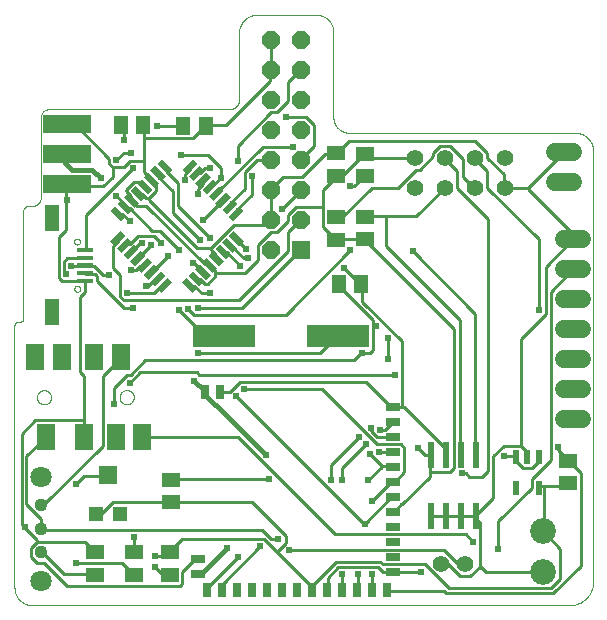
<source format=gtl>
G75*
%MOIN*%
%OFA0B0*%
%FSLAX25Y25*%
%IPPOS*%
%LPD*%
%AMOC8*
5,1,8,0,0,1.08239X$1,22.5*
%
%ADD10C,0.00000*%
%ADD11C,0.04362*%
%ADD12C,0.07087*%
%ADD13R,0.16000X0.06000*%
%ADD14R,0.10000X0.06000*%
%ADD15R,0.06000X0.06000*%
%ADD16R,0.05906X0.05118*%
%ADD17R,0.05118X0.05906*%
%ADD18R,0.21000X0.07600*%
%ADD19R,0.05000X0.02200*%
%ADD20R,0.02200X0.05000*%
%ADD21OC8,0.06000*%
%ADD22C,0.05600*%
%ADD23C,0.08600*%
%ADD24R,0.05906X0.06299*%
%ADD25R,0.04724X0.04724*%
%ADD26R,0.02500X0.05000*%
%ADD27R,0.05512X0.01575*%
%ADD28R,0.05000X0.08661*%
%ADD29R,0.02165X0.04724*%
%ADD30R,0.05906X0.08858*%
%ADD31R,0.06299X0.08858*%
%ADD32R,0.02362X0.08661*%
%ADD33C,0.06000*%
%ADD34R,0.05000X0.02500*%
%ADD35C,0.01000*%
%ADD36C,0.02400*%
%ADD37C,0.01500*%
D10*
X0011250Y0006926D02*
X0011250Y0094284D01*
X0011252Y0094353D01*
X0011258Y0094422D01*
X0011267Y0094491D01*
X0011281Y0094559D01*
X0011298Y0094626D01*
X0011319Y0094692D01*
X0011344Y0094757D01*
X0011372Y0094820D01*
X0011404Y0094882D01*
X0011439Y0094942D01*
X0011478Y0094999D01*
X0011520Y0095055D01*
X0011564Y0095108D01*
X0011612Y0095158D01*
X0011662Y0095206D01*
X0011715Y0095250D01*
X0011771Y0095292D01*
X0011828Y0095331D01*
X0011888Y0095366D01*
X0011950Y0095398D01*
X0012013Y0095426D01*
X0012078Y0095451D01*
X0012144Y0095472D01*
X0012211Y0095489D01*
X0012279Y0095503D01*
X0012348Y0095512D01*
X0012417Y0095518D01*
X0012486Y0095520D01*
X0013194Y0095520D01*
X0013252Y0095522D01*
X0013310Y0095528D01*
X0013368Y0095537D01*
X0013425Y0095550D01*
X0013480Y0095567D01*
X0013535Y0095588D01*
X0013588Y0095612D01*
X0013640Y0095639D01*
X0013689Y0095670D01*
X0013736Y0095704D01*
X0013781Y0095741D01*
X0013824Y0095781D01*
X0013864Y0095824D01*
X0013901Y0095869D01*
X0013935Y0095916D01*
X0013966Y0095966D01*
X0013993Y0096017D01*
X0014017Y0096070D01*
X0014038Y0096125D01*
X0014055Y0096180D01*
X0014068Y0096237D01*
X0014077Y0096295D01*
X0014083Y0096353D01*
X0014085Y0096411D01*
X0014085Y0132185D01*
X0014087Y0132271D01*
X0014093Y0132357D01*
X0014102Y0132442D01*
X0014116Y0132527D01*
X0014133Y0132612D01*
X0014154Y0132695D01*
X0014179Y0132777D01*
X0014207Y0132859D01*
X0014239Y0132938D01*
X0014275Y0133017D01*
X0014314Y0133093D01*
X0014356Y0133168D01*
X0014402Y0133241D01*
X0014451Y0133312D01*
X0014503Y0133380D01*
X0014558Y0133446D01*
X0014616Y0133510D01*
X0014677Y0133571D01*
X0014741Y0133629D01*
X0014807Y0133684D01*
X0014875Y0133736D01*
X0014946Y0133785D01*
X0015019Y0133831D01*
X0015094Y0133873D01*
X0015170Y0133912D01*
X0015249Y0133948D01*
X0015328Y0133980D01*
X0015410Y0134008D01*
X0015492Y0134033D01*
X0015575Y0134054D01*
X0015660Y0134071D01*
X0015745Y0134085D01*
X0015830Y0134094D01*
X0015916Y0134100D01*
X0016002Y0134102D01*
X0016956Y0134102D01*
X0017066Y0134104D01*
X0017176Y0134110D01*
X0017285Y0134119D01*
X0017395Y0134133D01*
X0017503Y0134150D01*
X0017611Y0134171D01*
X0017719Y0134196D01*
X0017825Y0134224D01*
X0017930Y0134256D01*
X0018034Y0134292D01*
X0018137Y0134332D01*
X0018238Y0134375D01*
X0018338Y0134421D01*
X0018436Y0134471D01*
X0018532Y0134524D01*
X0018626Y0134581D01*
X0018719Y0134641D01*
X0018809Y0134704D01*
X0018897Y0134770D01*
X0018982Y0134839D01*
X0019065Y0134912D01*
X0019146Y0134987D01*
X0019223Y0135064D01*
X0019298Y0135145D01*
X0019371Y0135228D01*
X0019440Y0135313D01*
X0019506Y0135401D01*
X0019569Y0135491D01*
X0019629Y0135584D01*
X0019686Y0135678D01*
X0019739Y0135774D01*
X0019789Y0135872D01*
X0019835Y0135972D01*
X0019878Y0136073D01*
X0019918Y0136176D01*
X0019954Y0136280D01*
X0019986Y0136385D01*
X0020014Y0136491D01*
X0020039Y0136599D01*
X0020060Y0136707D01*
X0020077Y0136815D01*
X0020091Y0136925D01*
X0020100Y0137034D01*
X0020106Y0137144D01*
X0020108Y0137254D01*
X0020108Y0163755D01*
X0020110Y0163856D01*
X0020116Y0163957D01*
X0020126Y0164057D01*
X0020139Y0164157D01*
X0020157Y0164256D01*
X0020178Y0164355D01*
X0020203Y0164453D01*
X0020231Y0164549D01*
X0020264Y0164645D01*
X0020300Y0164739D01*
X0020339Y0164832D01*
X0020382Y0164923D01*
X0020429Y0165012D01*
X0020479Y0165100D01*
X0020532Y0165186D01*
X0020588Y0165269D01*
X0020648Y0165351D01*
X0020711Y0165429D01*
X0020776Y0165506D01*
X0020845Y0165580D01*
X0020916Y0165651D01*
X0020990Y0165720D01*
X0021067Y0165785D01*
X0021146Y0165848D01*
X0021227Y0165907D01*
X0021311Y0165964D01*
X0021397Y0166017D01*
X0021484Y0166067D01*
X0021574Y0166113D01*
X0021665Y0166156D01*
X0021758Y0166196D01*
X0021852Y0166231D01*
X0021948Y0166264D01*
X0022044Y0166292D01*
X0022142Y0166317D01*
X0022241Y0166338D01*
X0022340Y0166355D01*
X0022440Y0166369D01*
X0022540Y0166378D01*
X0022641Y0166384D01*
X0022742Y0166386D01*
X0082985Y0166386D01*
X0083095Y0166388D01*
X0083204Y0166394D01*
X0083313Y0166404D01*
X0083422Y0166417D01*
X0083530Y0166435D01*
X0083637Y0166456D01*
X0083744Y0166481D01*
X0083849Y0166510D01*
X0083954Y0166543D01*
X0084057Y0166579D01*
X0084159Y0166620D01*
X0084259Y0166663D01*
X0084358Y0166711D01*
X0084455Y0166761D01*
X0084551Y0166815D01*
X0084644Y0166873D01*
X0084735Y0166934D01*
X0084824Y0166998D01*
X0084910Y0167065D01*
X0084994Y0167135D01*
X0085076Y0167209D01*
X0085154Y0167285D01*
X0085230Y0167363D01*
X0085304Y0167445D01*
X0085374Y0167529D01*
X0085441Y0167615D01*
X0085505Y0167704D01*
X0085566Y0167795D01*
X0085624Y0167888D01*
X0085678Y0167984D01*
X0085728Y0168081D01*
X0085776Y0168180D01*
X0085819Y0168280D01*
X0085860Y0168382D01*
X0085896Y0168485D01*
X0085929Y0168590D01*
X0085958Y0168695D01*
X0085983Y0168802D01*
X0086004Y0168909D01*
X0086022Y0169017D01*
X0086035Y0169126D01*
X0086045Y0169235D01*
X0086051Y0169344D01*
X0086053Y0169454D01*
X0086053Y0191669D01*
X0086055Y0191824D01*
X0086061Y0191979D01*
X0086070Y0192133D01*
X0086084Y0192288D01*
X0086101Y0192442D01*
X0086122Y0192595D01*
X0086147Y0192748D01*
X0086176Y0192900D01*
X0086209Y0193052D01*
X0086245Y0193202D01*
X0086285Y0193352D01*
X0086329Y0193500D01*
X0086377Y0193648D01*
X0086428Y0193794D01*
X0086482Y0193939D01*
X0086541Y0194082D01*
X0086603Y0194224D01*
X0086668Y0194365D01*
X0086737Y0194503D01*
X0086810Y0194640D01*
X0086885Y0194775D01*
X0086965Y0194909D01*
X0087047Y0195040D01*
X0087133Y0195169D01*
X0087221Y0195296D01*
X0087313Y0195420D01*
X0087408Y0195543D01*
X0087507Y0195663D01*
X0087608Y0195780D01*
X0087712Y0195895D01*
X0087818Y0196007D01*
X0087928Y0196117D01*
X0088040Y0196223D01*
X0088155Y0196327D01*
X0088272Y0196428D01*
X0088392Y0196527D01*
X0088515Y0196622D01*
X0088639Y0196714D01*
X0088766Y0196802D01*
X0088895Y0196888D01*
X0089026Y0196970D01*
X0089159Y0197050D01*
X0089295Y0197125D01*
X0089432Y0197198D01*
X0089570Y0197267D01*
X0089711Y0197332D01*
X0089853Y0197394D01*
X0089996Y0197453D01*
X0090141Y0197507D01*
X0090287Y0197558D01*
X0090435Y0197606D01*
X0090583Y0197650D01*
X0090733Y0197690D01*
X0090883Y0197726D01*
X0091035Y0197759D01*
X0091187Y0197788D01*
X0091340Y0197813D01*
X0091493Y0197834D01*
X0091647Y0197851D01*
X0091802Y0197865D01*
X0091956Y0197874D01*
X0092111Y0197880D01*
X0092266Y0197882D01*
X0111769Y0197882D01*
X0111920Y0197880D01*
X0112072Y0197874D01*
X0112222Y0197864D01*
X0112373Y0197850D01*
X0112523Y0197833D01*
X0112673Y0197811D01*
X0112822Y0197785D01*
X0112971Y0197756D01*
X0113118Y0197722D01*
X0113265Y0197685D01*
X0113411Y0197644D01*
X0113555Y0197599D01*
X0113698Y0197550D01*
X0113840Y0197498D01*
X0113981Y0197442D01*
X0114120Y0197382D01*
X0114257Y0197319D01*
X0114393Y0197252D01*
X0114527Y0197182D01*
X0114659Y0197108D01*
X0114789Y0197030D01*
X0114917Y0196950D01*
X0115043Y0196865D01*
X0115166Y0196778D01*
X0115288Y0196688D01*
X0115406Y0196594D01*
X0115523Y0196497D01*
X0115637Y0196397D01*
X0115748Y0196295D01*
X0115856Y0196189D01*
X0115962Y0196081D01*
X0116064Y0195970D01*
X0116164Y0195856D01*
X0116261Y0195739D01*
X0116355Y0195621D01*
X0116445Y0195499D01*
X0116532Y0195376D01*
X0116617Y0195250D01*
X0116697Y0195122D01*
X0116775Y0194992D01*
X0116849Y0194860D01*
X0116919Y0194726D01*
X0116986Y0194590D01*
X0117049Y0194453D01*
X0117109Y0194314D01*
X0117165Y0194173D01*
X0117217Y0194031D01*
X0117266Y0193888D01*
X0117311Y0193744D01*
X0117352Y0193598D01*
X0117389Y0193451D01*
X0117423Y0193304D01*
X0117452Y0193155D01*
X0117478Y0193006D01*
X0117500Y0192856D01*
X0117517Y0192706D01*
X0117531Y0192555D01*
X0117541Y0192405D01*
X0117547Y0192253D01*
X0117549Y0192102D01*
X0117549Y0163780D01*
X0117551Y0163637D01*
X0117557Y0163495D01*
X0117566Y0163352D01*
X0117580Y0163210D01*
X0117597Y0163069D01*
X0117618Y0162928D01*
X0117643Y0162787D01*
X0117672Y0162647D01*
X0117705Y0162508D01*
X0117741Y0162370D01*
X0117781Y0162233D01*
X0117825Y0162098D01*
X0117872Y0161963D01*
X0117923Y0161830D01*
X0117978Y0161698D01*
X0118036Y0161568D01*
X0118098Y0161439D01*
X0118163Y0161312D01*
X0118231Y0161187D01*
X0118303Y0161064D01*
X0118378Y0160942D01*
X0118457Y0160823D01*
X0118539Y0160706D01*
X0118623Y0160591D01*
X0118711Y0160479D01*
X0118802Y0160369D01*
X0118896Y0160261D01*
X0118993Y0160157D01*
X0119092Y0160054D01*
X0119195Y0159955D01*
X0119299Y0159858D01*
X0119407Y0159764D01*
X0119517Y0159673D01*
X0119629Y0159585D01*
X0119744Y0159501D01*
X0119861Y0159419D01*
X0119980Y0159340D01*
X0120102Y0159265D01*
X0120225Y0159193D01*
X0120350Y0159125D01*
X0120477Y0159060D01*
X0120606Y0158998D01*
X0120736Y0158940D01*
X0120868Y0158885D01*
X0121001Y0158834D01*
X0121136Y0158787D01*
X0121271Y0158743D01*
X0121408Y0158703D01*
X0121546Y0158667D01*
X0121685Y0158634D01*
X0121825Y0158605D01*
X0121966Y0158580D01*
X0122107Y0158559D01*
X0122248Y0158542D01*
X0122390Y0158528D01*
X0122533Y0158519D01*
X0122675Y0158513D01*
X0122818Y0158511D01*
X0122818Y0158512D02*
X0198035Y0158512D01*
X0198190Y0158510D01*
X0198345Y0158504D01*
X0198500Y0158494D01*
X0198655Y0158481D01*
X0198809Y0158463D01*
X0198963Y0158441D01*
X0199116Y0158416D01*
X0199269Y0158387D01*
X0199420Y0158353D01*
X0199571Y0158316D01*
X0199721Y0158276D01*
X0199870Y0158231D01*
X0200017Y0158183D01*
X0200164Y0158130D01*
X0200309Y0158075D01*
X0200452Y0158015D01*
X0200594Y0157952D01*
X0200734Y0157886D01*
X0200873Y0157816D01*
X0201009Y0157742D01*
X0201144Y0157665D01*
X0201277Y0157584D01*
X0201408Y0157501D01*
X0201536Y0157413D01*
X0201663Y0157323D01*
X0201787Y0157230D01*
X0201908Y0157133D01*
X0202027Y0157033D01*
X0202144Y0156931D01*
X0202258Y0156825D01*
X0202369Y0156717D01*
X0202477Y0156606D01*
X0202583Y0156492D01*
X0202685Y0156375D01*
X0202785Y0156256D01*
X0202882Y0156135D01*
X0202975Y0156011D01*
X0203065Y0155884D01*
X0203153Y0155756D01*
X0203236Y0155625D01*
X0203317Y0155492D01*
X0203394Y0155357D01*
X0203468Y0155221D01*
X0203538Y0155082D01*
X0203604Y0154942D01*
X0203667Y0154800D01*
X0203727Y0154657D01*
X0203782Y0154512D01*
X0203835Y0154365D01*
X0203883Y0154218D01*
X0203928Y0154069D01*
X0203968Y0153919D01*
X0204005Y0153768D01*
X0204039Y0153617D01*
X0204068Y0153464D01*
X0204093Y0153311D01*
X0204115Y0153157D01*
X0204133Y0153003D01*
X0204146Y0152848D01*
X0204156Y0152693D01*
X0204162Y0152538D01*
X0204164Y0152383D01*
X0204163Y0152383D02*
X0204163Y0008939D01*
X0204161Y0008748D01*
X0204154Y0008557D01*
X0204142Y0008366D01*
X0204126Y0008176D01*
X0204105Y0007986D01*
X0204080Y0007797D01*
X0204050Y0007608D01*
X0204016Y0007420D01*
X0203977Y0007233D01*
X0203933Y0007047D01*
X0203885Y0006862D01*
X0203833Y0006678D01*
X0203776Y0006496D01*
X0203715Y0006315D01*
X0203649Y0006135D01*
X0203579Y0005957D01*
X0203505Y0005781D01*
X0203427Y0005607D01*
X0203344Y0005435D01*
X0203257Y0005264D01*
X0203166Y0005096D01*
X0203072Y0004930D01*
X0202973Y0004767D01*
X0202870Y0004606D01*
X0202763Y0004447D01*
X0202653Y0004291D01*
X0202539Y0004138D01*
X0202421Y0003988D01*
X0202299Y0003840D01*
X0202174Y0003696D01*
X0202046Y0003554D01*
X0201914Y0003416D01*
X0201779Y0003281D01*
X0201641Y0003149D01*
X0201499Y0003021D01*
X0201355Y0002896D01*
X0201207Y0002774D01*
X0201057Y0002656D01*
X0200904Y0002542D01*
X0200748Y0002432D01*
X0200589Y0002325D01*
X0200428Y0002222D01*
X0200265Y0002123D01*
X0200099Y0002029D01*
X0199931Y0001938D01*
X0199760Y0001851D01*
X0199588Y0001768D01*
X0199414Y0001690D01*
X0199238Y0001616D01*
X0199060Y0001546D01*
X0198880Y0001480D01*
X0198699Y0001419D01*
X0198517Y0001362D01*
X0198333Y0001310D01*
X0198148Y0001262D01*
X0197962Y0001218D01*
X0197775Y0001179D01*
X0197587Y0001145D01*
X0197398Y0001115D01*
X0197209Y0001090D01*
X0197019Y0001069D01*
X0196829Y0001053D01*
X0196638Y0001041D01*
X0196447Y0001034D01*
X0196256Y0001032D01*
X0196256Y0001031D02*
X0017145Y0001031D01*
X0016993Y0001033D01*
X0016842Y0001039D01*
X0016690Y0001049D01*
X0016539Y0001062D01*
X0016388Y0001080D01*
X0016238Y0001101D01*
X0016088Y0001127D01*
X0015939Y0001156D01*
X0015791Y0001189D01*
X0015644Y0001225D01*
X0015497Y0001266D01*
X0015352Y0001310D01*
X0015208Y0001358D01*
X0015066Y0001410D01*
X0014924Y0001465D01*
X0014784Y0001524D01*
X0014646Y0001587D01*
X0014509Y0001653D01*
X0014374Y0001723D01*
X0014241Y0001796D01*
X0014110Y0001872D01*
X0013981Y0001952D01*
X0013854Y0002035D01*
X0013729Y0002121D01*
X0013607Y0002211D01*
X0013487Y0002304D01*
X0013369Y0002399D01*
X0013253Y0002498D01*
X0013141Y0002600D01*
X0013031Y0002704D01*
X0012923Y0002812D01*
X0012819Y0002922D01*
X0012717Y0003034D01*
X0012618Y0003150D01*
X0012523Y0003268D01*
X0012430Y0003388D01*
X0012340Y0003510D01*
X0012254Y0003635D01*
X0012171Y0003762D01*
X0012091Y0003891D01*
X0012015Y0004022D01*
X0011942Y0004155D01*
X0011872Y0004290D01*
X0011806Y0004427D01*
X0011743Y0004565D01*
X0011684Y0004705D01*
X0011629Y0004847D01*
X0011577Y0004989D01*
X0011529Y0005133D01*
X0011485Y0005278D01*
X0011444Y0005425D01*
X0011408Y0005572D01*
X0011375Y0005720D01*
X0011346Y0005869D01*
X0011320Y0006019D01*
X0011299Y0006169D01*
X0011281Y0006320D01*
X0011268Y0006471D01*
X0011258Y0006623D01*
X0011252Y0006774D01*
X0011250Y0006926D01*
X0018731Y0070362D02*
X0018733Y0070459D01*
X0018739Y0070556D01*
X0018749Y0070652D01*
X0018763Y0070748D01*
X0018781Y0070844D01*
X0018802Y0070938D01*
X0018828Y0071032D01*
X0018857Y0071124D01*
X0018891Y0071215D01*
X0018927Y0071305D01*
X0018968Y0071393D01*
X0019012Y0071479D01*
X0019060Y0071564D01*
X0019111Y0071646D01*
X0019165Y0071727D01*
X0019223Y0071805D01*
X0019284Y0071880D01*
X0019347Y0071953D01*
X0019414Y0072024D01*
X0019484Y0072091D01*
X0019556Y0072156D01*
X0019631Y0072217D01*
X0019709Y0072276D01*
X0019788Y0072331D01*
X0019870Y0072383D01*
X0019954Y0072431D01*
X0020040Y0072476D01*
X0020128Y0072518D01*
X0020217Y0072556D01*
X0020308Y0072590D01*
X0020400Y0072620D01*
X0020493Y0072647D01*
X0020588Y0072669D01*
X0020683Y0072688D01*
X0020779Y0072703D01*
X0020875Y0072714D01*
X0020972Y0072721D01*
X0021069Y0072724D01*
X0021166Y0072723D01*
X0021263Y0072718D01*
X0021359Y0072709D01*
X0021455Y0072696D01*
X0021551Y0072679D01*
X0021646Y0072658D01*
X0021739Y0072634D01*
X0021832Y0072605D01*
X0021924Y0072573D01*
X0022014Y0072537D01*
X0022102Y0072498D01*
X0022189Y0072454D01*
X0022274Y0072408D01*
X0022357Y0072357D01*
X0022438Y0072304D01*
X0022516Y0072247D01*
X0022593Y0072187D01*
X0022666Y0072124D01*
X0022737Y0072058D01*
X0022805Y0071989D01*
X0022871Y0071917D01*
X0022933Y0071843D01*
X0022992Y0071766D01*
X0023048Y0071687D01*
X0023101Y0071605D01*
X0023151Y0071522D01*
X0023196Y0071436D01*
X0023239Y0071349D01*
X0023278Y0071260D01*
X0023313Y0071170D01*
X0023344Y0071078D01*
X0023371Y0070985D01*
X0023395Y0070891D01*
X0023415Y0070796D01*
X0023431Y0070700D01*
X0023443Y0070604D01*
X0023451Y0070507D01*
X0023455Y0070410D01*
X0023455Y0070314D01*
X0023451Y0070217D01*
X0023443Y0070120D01*
X0023431Y0070024D01*
X0023415Y0069928D01*
X0023395Y0069833D01*
X0023371Y0069739D01*
X0023344Y0069646D01*
X0023313Y0069554D01*
X0023278Y0069464D01*
X0023239Y0069375D01*
X0023196Y0069288D01*
X0023151Y0069202D01*
X0023101Y0069119D01*
X0023048Y0069037D01*
X0022992Y0068958D01*
X0022933Y0068881D01*
X0022871Y0068807D01*
X0022805Y0068735D01*
X0022737Y0068666D01*
X0022666Y0068600D01*
X0022593Y0068537D01*
X0022516Y0068477D01*
X0022438Y0068420D01*
X0022357Y0068367D01*
X0022274Y0068316D01*
X0022189Y0068270D01*
X0022102Y0068226D01*
X0022014Y0068187D01*
X0021924Y0068151D01*
X0021832Y0068119D01*
X0021739Y0068090D01*
X0021646Y0068066D01*
X0021551Y0068045D01*
X0021455Y0068028D01*
X0021359Y0068015D01*
X0021263Y0068006D01*
X0021166Y0068001D01*
X0021069Y0068000D01*
X0020972Y0068003D01*
X0020875Y0068010D01*
X0020779Y0068021D01*
X0020683Y0068036D01*
X0020588Y0068055D01*
X0020493Y0068077D01*
X0020400Y0068104D01*
X0020308Y0068134D01*
X0020217Y0068168D01*
X0020128Y0068206D01*
X0020040Y0068248D01*
X0019954Y0068293D01*
X0019870Y0068341D01*
X0019788Y0068393D01*
X0019709Y0068448D01*
X0019631Y0068507D01*
X0019556Y0068568D01*
X0019484Y0068633D01*
X0019414Y0068700D01*
X0019347Y0068771D01*
X0019284Y0068844D01*
X0019223Y0068919D01*
X0019165Y0068997D01*
X0019111Y0069078D01*
X0019060Y0069160D01*
X0019012Y0069245D01*
X0018968Y0069331D01*
X0018927Y0069419D01*
X0018891Y0069509D01*
X0018857Y0069600D01*
X0018828Y0069692D01*
X0018802Y0069786D01*
X0018781Y0069880D01*
X0018763Y0069976D01*
X0018749Y0070072D01*
X0018739Y0070168D01*
X0018733Y0070265D01*
X0018731Y0070362D01*
X0046290Y0070362D02*
X0046292Y0070459D01*
X0046298Y0070556D01*
X0046308Y0070652D01*
X0046322Y0070748D01*
X0046340Y0070844D01*
X0046361Y0070938D01*
X0046387Y0071032D01*
X0046416Y0071124D01*
X0046450Y0071215D01*
X0046486Y0071305D01*
X0046527Y0071393D01*
X0046571Y0071479D01*
X0046619Y0071564D01*
X0046670Y0071646D01*
X0046724Y0071727D01*
X0046782Y0071805D01*
X0046843Y0071880D01*
X0046906Y0071953D01*
X0046973Y0072024D01*
X0047043Y0072091D01*
X0047115Y0072156D01*
X0047190Y0072217D01*
X0047268Y0072276D01*
X0047347Y0072331D01*
X0047429Y0072383D01*
X0047513Y0072431D01*
X0047599Y0072476D01*
X0047687Y0072518D01*
X0047776Y0072556D01*
X0047867Y0072590D01*
X0047959Y0072620D01*
X0048052Y0072647D01*
X0048147Y0072669D01*
X0048242Y0072688D01*
X0048338Y0072703D01*
X0048434Y0072714D01*
X0048531Y0072721D01*
X0048628Y0072724D01*
X0048725Y0072723D01*
X0048822Y0072718D01*
X0048918Y0072709D01*
X0049014Y0072696D01*
X0049110Y0072679D01*
X0049205Y0072658D01*
X0049298Y0072634D01*
X0049391Y0072605D01*
X0049483Y0072573D01*
X0049573Y0072537D01*
X0049661Y0072498D01*
X0049748Y0072454D01*
X0049833Y0072408D01*
X0049916Y0072357D01*
X0049997Y0072304D01*
X0050075Y0072247D01*
X0050152Y0072187D01*
X0050225Y0072124D01*
X0050296Y0072058D01*
X0050364Y0071989D01*
X0050430Y0071917D01*
X0050492Y0071843D01*
X0050551Y0071766D01*
X0050607Y0071687D01*
X0050660Y0071605D01*
X0050710Y0071522D01*
X0050755Y0071436D01*
X0050798Y0071349D01*
X0050837Y0071260D01*
X0050872Y0071170D01*
X0050903Y0071078D01*
X0050930Y0070985D01*
X0050954Y0070891D01*
X0050974Y0070796D01*
X0050990Y0070700D01*
X0051002Y0070604D01*
X0051010Y0070507D01*
X0051014Y0070410D01*
X0051014Y0070314D01*
X0051010Y0070217D01*
X0051002Y0070120D01*
X0050990Y0070024D01*
X0050974Y0069928D01*
X0050954Y0069833D01*
X0050930Y0069739D01*
X0050903Y0069646D01*
X0050872Y0069554D01*
X0050837Y0069464D01*
X0050798Y0069375D01*
X0050755Y0069288D01*
X0050710Y0069202D01*
X0050660Y0069119D01*
X0050607Y0069037D01*
X0050551Y0068958D01*
X0050492Y0068881D01*
X0050430Y0068807D01*
X0050364Y0068735D01*
X0050296Y0068666D01*
X0050225Y0068600D01*
X0050152Y0068537D01*
X0050075Y0068477D01*
X0049997Y0068420D01*
X0049916Y0068367D01*
X0049833Y0068316D01*
X0049748Y0068270D01*
X0049661Y0068226D01*
X0049573Y0068187D01*
X0049483Y0068151D01*
X0049391Y0068119D01*
X0049298Y0068090D01*
X0049205Y0068066D01*
X0049110Y0068045D01*
X0049014Y0068028D01*
X0048918Y0068015D01*
X0048822Y0068006D01*
X0048725Y0068001D01*
X0048628Y0068000D01*
X0048531Y0068003D01*
X0048434Y0068010D01*
X0048338Y0068021D01*
X0048242Y0068036D01*
X0048147Y0068055D01*
X0048052Y0068077D01*
X0047959Y0068104D01*
X0047867Y0068134D01*
X0047776Y0068168D01*
X0047687Y0068206D01*
X0047599Y0068248D01*
X0047513Y0068293D01*
X0047429Y0068341D01*
X0047347Y0068393D01*
X0047268Y0068448D01*
X0047190Y0068507D01*
X0047115Y0068568D01*
X0047043Y0068633D01*
X0046973Y0068700D01*
X0046906Y0068771D01*
X0046843Y0068844D01*
X0046782Y0068919D01*
X0046724Y0068997D01*
X0046670Y0069078D01*
X0046619Y0069160D01*
X0046571Y0069245D01*
X0046527Y0069331D01*
X0046486Y0069419D01*
X0046450Y0069509D01*
X0046416Y0069600D01*
X0046387Y0069692D01*
X0046361Y0069786D01*
X0046340Y0069880D01*
X0046322Y0069976D01*
X0046308Y0070072D01*
X0046298Y0070168D01*
X0046292Y0070265D01*
X0046290Y0070362D01*
X0031172Y0106504D02*
X0031174Y0106566D01*
X0031180Y0106629D01*
X0031190Y0106690D01*
X0031204Y0106751D01*
X0031221Y0106811D01*
X0031242Y0106870D01*
X0031268Y0106927D01*
X0031296Y0106982D01*
X0031328Y0107036D01*
X0031364Y0107087D01*
X0031402Y0107137D01*
X0031444Y0107183D01*
X0031488Y0107227D01*
X0031536Y0107268D01*
X0031585Y0107306D01*
X0031637Y0107340D01*
X0031691Y0107371D01*
X0031747Y0107399D01*
X0031805Y0107423D01*
X0031864Y0107444D01*
X0031924Y0107460D01*
X0031985Y0107473D01*
X0032047Y0107482D01*
X0032109Y0107487D01*
X0032172Y0107488D01*
X0032234Y0107485D01*
X0032296Y0107478D01*
X0032358Y0107467D01*
X0032418Y0107452D01*
X0032478Y0107434D01*
X0032536Y0107412D01*
X0032593Y0107386D01*
X0032648Y0107356D01*
X0032701Y0107323D01*
X0032752Y0107287D01*
X0032800Y0107248D01*
X0032846Y0107205D01*
X0032889Y0107160D01*
X0032929Y0107112D01*
X0032966Y0107062D01*
X0033000Y0107009D01*
X0033031Y0106955D01*
X0033057Y0106899D01*
X0033081Y0106841D01*
X0033100Y0106781D01*
X0033116Y0106721D01*
X0033128Y0106659D01*
X0033136Y0106598D01*
X0033140Y0106535D01*
X0033140Y0106473D01*
X0033136Y0106410D01*
X0033128Y0106349D01*
X0033116Y0106287D01*
X0033100Y0106227D01*
X0033081Y0106167D01*
X0033057Y0106109D01*
X0033031Y0106053D01*
X0033000Y0105999D01*
X0032966Y0105946D01*
X0032929Y0105896D01*
X0032889Y0105848D01*
X0032846Y0105803D01*
X0032800Y0105760D01*
X0032752Y0105721D01*
X0032701Y0105685D01*
X0032648Y0105652D01*
X0032593Y0105622D01*
X0032536Y0105596D01*
X0032478Y0105574D01*
X0032418Y0105556D01*
X0032358Y0105541D01*
X0032296Y0105530D01*
X0032234Y0105523D01*
X0032172Y0105520D01*
X0032109Y0105521D01*
X0032047Y0105526D01*
X0031985Y0105535D01*
X0031924Y0105548D01*
X0031864Y0105564D01*
X0031805Y0105585D01*
X0031747Y0105609D01*
X0031691Y0105637D01*
X0031637Y0105668D01*
X0031585Y0105702D01*
X0031536Y0105740D01*
X0031488Y0105781D01*
X0031444Y0105825D01*
X0031402Y0105871D01*
X0031364Y0105921D01*
X0031328Y0105972D01*
X0031296Y0106026D01*
X0031268Y0106081D01*
X0031242Y0106138D01*
X0031221Y0106197D01*
X0031204Y0106257D01*
X0031190Y0106318D01*
X0031180Y0106379D01*
X0031174Y0106442D01*
X0031172Y0106504D01*
X0031172Y0122252D02*
X0031174Y0122314D01*
X0031180Y0122377D01*
X0031190Y0122438D01*
X0031204Y0122499D01*
X0031221Y0122559D01*
X0031242Y0122618D01*
X0031268Y0122675D01*
X0031296Y0122730D01*
X0031328Y0122784D01*
X0031364Y0122835D01*
X0031402Y0122885D01*
X0031444Y0122931D01*
X0031488Y0122975D01*
X0031536Y0123016D01*
X0031585Y0123054D01*
X0031637Y0123088D01*
X0031691Y0123119D01*
X0031747Y0123147D01*
X0031805Y0123171D01*
X0031864Y0123192D01*
X0031924Y0123208D01*
X0031985Y0123221D01*
X0032047Y0123230D01*
X0032109Y0123235D01*
X0032172Y0123236D01*
X0032234Y0123233D01*
X0032296Y0123226D01*
X0032358Y0123215D01*
X0032418Y0123200D01*
X0032478Y0123182D01*
X0032536Y0123160D01*
X0032593Y0123134D01*
X0032648Y0123104D01*
X0032701Y0123071D01*
X0032752Y0123035D01*
X0032800Y0122996D01*
X0032846Y0122953D01*
X0032889Y0122908D01*
X0032929Y0122860D01*
X0032966Y0122810D01*
X0033000Y0122757D01*
X0033031Y0122703D01*
X0033057Y0122647D01*
X0033081Y0122589D01*
X0033100Y0122529D01*
X0033116Y0122469D01*
X0033128Y0122407D01*
X0033136Y0122346D01*
X0033140Y0122283D01*
X0033140Y0122221D01*
X0033136Y0122158D01*
X0033128Y0122097D01*
X0033116Y0122035D01*
X0033100Y0121975D01*
X0033081Y0121915D01*
X0033057Y0121857D01*
X0033031Y0121801D01*
X0033000Y0121747D01*
X0032966Y0121694D01*
X0032929Y0121644D01*
X0032889Y0121596D01*
X0032846Y0121551D01*
X0032800Y0121508D01*
X0032752Y0121469D01*
X0032701Y0121433D01*
X0032648Y0121400D01*
X0032593Y0121370D01*
X0032536Y0121344D01*
X0032478Y0121322D01*
X0032418Y0121304D01*
X0032358Y0121289D01*
X0032296Y0121278D01*
X0032234Y0121271D01*
X0032172Y0121268D01*
X0032109Y0121269D01*
X0032047Y0121274D01*
X0031985Y0121283D01*
X0031924Y0121296D01*
X0031864Y0121312D01*
X0031805Y0121333D01*
X0031747Y0121357D01*
X0031691Y0121385D01*
X0031637Y0121416D01*
X0031585Y0121450D01*
X0031536Y0121488D01*
X0031488Y0121529D01*
X0031444Y0121573D01*
X0031402Y0121619D01*
X0031364Y0121669D01*
X0031328Y0121720D01*
X0031296Y0121774D01*
X0031268Y0121829D01*
X0031242Y0121886D01*
X0031221Y0121945D01*
X0031204Y0122005D01*
X0031190Y0122066D01*
X0031180Y0122127D01*
X0031174Y0122190D01*
X0031172Y0122252D01*
D11*
X0020148Y0034457D03*
X0020148Y0026583D03*
X0020148Y0018709D03*
D12*
X0020148Y0009260D03*
X0020148Y0043906D03*
D13*
X0028612Y0141307D03*
X0028612Y0161307D03*
D14*
X0025612Y0151307D03*
D15*
X0033612Y0151307D03*
X0106801Y0119575D03*
D16*
X0118376Y0122921D03*
X0118376Y0130402D03*
X0127982Y0130520D03*
X0127982Y0123039D03*
X0128022Y0144102D03*
X0128022Y0151583D03*
X0118573Y0151701D03*
X0118573Y0144220D03*
X0195856Y0049102D03*
X0195856Y0041622D03*
X0063297Y0042921D03*
X0063297Y0035441D03*
X0062943Y0018748D03*
X0062943Y0011268D03*
X0051093Y0011228D03*
X0051093Y0018709D03*
X0038100Y0018748D03*
X0038100Y0011268D03*
D17*
X0119400Y0108197D03*
X0126880Y0108197D03*
X0074951Y0160756D03*
X0067470Y0160756D03*
X0054163Y0160992D03*
X0046683Y0160992D03*
D18*
X0081030Y0090638D03*
X0119030Y0090638D03*
D19*
G36*
X0084004Y0118510D02*
X0080470Y0122044D01*
X0082026Y0123600D01*
X0085560Y0120066D01*
X0084004Y0118510D01*
G37*
G36*
X0081777Y0116283D02*
X0078243Y0119817D01*
X0079799Y0121373D01*
X0083333Y0117839D01*
X0081777Y0116283D01*
G37*
G36*
X0079550Y0114056D02*
X0076016Y0117590D01*
X0077572Y0119146D01*
X0081106Y0115612D01*
X0079550Y0114056D01*
G37*
G36*
X0077323Y0111829D02*
X0073789Y0115363D01*
X0075345Y0116919D01*
X0078879Y0113385D01*
X0077323Y0111829D01*
G37*
G36*
X0075096Y0109602D02*
X0071562Y0113136D01*
X0073118Y0114692D01*
X0076652Y0111158D01*
X0075096Y0109602D01*
G37*
G36*
X0072869Y0107374D02*
X0069335Y0110908D01*
X0070891Y0112464D01*
X0074425Y0108930D01*
X0072869Y0107374D01*
G37*
G36*
X0070641Y0105147D02*
X0067107Y0108681D01*
X0068663Y0110237D01*
X0072197Y0106703D01*
X0070641Y0105147D01*
G37*
G36*
X0086231Y0120737D02*
X0082697Y0124271D01*
X0084253Y0125827D01*
X0087787Y0122293D01*
X0086231Y0120737D01*
G37*
G36*
X0060104Y0142410D02*
X0056570Y0145944D01*
X0058126Y0147500D01*
X0061660Y0143966D01*
X0060104Y0142410D01*
G37*
G36*
X0057877Y0140183D02*
X0054343Y0143717D01*
X0055899Y0145273D01*
X0059433Y0141739D01*
X0057877Y0140183D01*
G37*
G36*
X0055650Y0137956D02*
X0052116Y0141490D01*
X0053672Y0143046D01*
X0057206Y0139512D01*
X0055650Y0137956D01*
G37*
G36*
X0053423Y0135729D02*
X0049889Y0139263D01*
X0051445Y0140819D01*
X0054979Y0137285D01*
X0053423Y0135729D01*
G37*
G36*
X0051195Y0133502D02*
X0047661Y0137036D01*
X0049217Y0138592D01*
X0052751Y0135058D01*
X0051195Y0133502D01*
G37*
G36*
X0048968Y0131275D02*
X0045434Y0134809D01*
X0046990Y0136365D01*
X0050524Y0132831D01*
X0048968Y0131275D01*
G37*
G36*
X0046741Y0129048D02*
X0043207Y0132582D01*
X0044763Y0134138D01*
X0048297Y0130604D01*
X0046741Y0129048D01*
G37*
G36*
X0062331Y0144637D02*
X0058797Y0148171D01*
X0060353Y0149727D01*
X0063887Y0146193D01*
X0062331Y0144637D01*
G37*
D20*
G36*
X0068663Y0144637D02*
X0067107Y0146193D01*
X0070641Y0149727D01*
X0072197Y0148171D01*
X0068663Y0144637D01*
G37*
G36*
X0070891Y0142410D02*
X0069335Y0143966D01*
X0072869Y0147500D01*
X0074425Y0145944D01*
X0070891Y0142410D01*
G37*
G36*
X0073118Y0140183D02*
X0071562Y0141739D01*
X0075096Y0145273D01*
X0076652Y0143717D01*
X0073118Y0140183D01*
G37*
G36*
X0075345Y0137956D02*
X0073789Y0139512D01*
X0077323Y0143046D01*
X0078879Y0141490D01*
X0075345Y0137956D01*
G37*
G36*
X0077572Y0135729D02*
X0076016Y0137285D01*
X0079550Y0140819D01*
X0081106Y0139263D01*
X0077572Y0135729D01*
G37*
G36*
X0079799Y0133502D02*
X0078243Y0135058D01*
X0081777Y0138592D01*
X0083333Y0137036D01*
X0079799Y0133502D01*
G37*
G36*
X0082026Y0131275D02*
X0080470Y0132831D01*
X0084004Y0136365D01*
X0085560Y0134809D01*
X0082026Y0131275D01*
G37*
G36*
X0084253Y0129048D02*
X0082697Y0130604D01*
X0086231Y0134138D01*
X0087787Y0132582D01*
X0084253Y0129048D01*
G37*
G36*
X0060353Y0105147D02*
X0058797Y0106703D01*
X0062331Y0110237D01*
X0063887Y0108681D01*
X0060353Y0105147D01*
G37*
G36*
X0058126Y0107374D02*
X0056570Y0108930D01*
X0060104Y0112464D01*
X0061660Y0110908D01*
X0058126Y0107374D01*
G37*
G36*
X0055899Y0109602D02*
X0054343Y0111158D01*
X0057877Y0114692D01*
X0059433Y0113136D01*
X0055899Y0109602D01*
G37*
G36*
X0053672Y0111829D02*
X0052116Y0113385D01*
X0055650Y0116919D01*
X0057206Y0115363D01*
X0053672Y0111829D01*
G37*
G36*
X0051445Y0114056D02*
X0049889Y0115612D01*
X0053423Y0119146D01*
X0054979Y0117590D01*
X0051445Y0114056D01*
G37*
G36*
X0049217Y0116283D02*
X0047661Y0117839D01*
X0051195Y0121373D01*
X0052751Y0119817D01*
X0049217Y0116283D01*
G37*
G36*
X0046990Y0118510D02*
X0045434Y0120066D01*
X0048968Y0123600D01*
X0050524Y0122044D01*
X0046990Y0118510D01*
G37*
G36*
X0044763Y0120737D02*
X0043207Y0122293D01*
X0046741Y0125827D01*
X0048297Y0124271D01*
X0044763Y0120737D01*
G37*
D21*
X0096801Y0119575D03*
X0096801Y0129575D03*
X0106801Y0129575D03*
X0106801Y0139575D03*
X0096801Y0139575D03*
X0096801Y0149575D03*
X0106801Y0149575D03*
X0106801Y0159575D03*
X0096801Y0159575D03*
X0096801Y0169575D03*
X0106801Y0169575D03*
X0106801Y0179575D03*
X0096801Y0179575D03*
X0096801Y0189575D03*
X0106801Y0189575D03*
D22*
X0144754Y0150205D03*
X0154754Y0150205D03*
X0164754Y0150205D03*
X0174754Y0150205D03*
X0174754Y0140205D03*
X0164754Y0140205D03*
X0154754Y0140205D03*
X0144754Y0140205D03*
X0153573Y0014732D03*
X0161447Y0014732D03*
D23*
X0187510Y0012094D03*
X0187510Y0025874D03*
D24*
X0042510Y0044378D03*
D25*
X0046447Y0031287D03*
X0038573Y0031287D03*
D26*
X0075423Y0006189D03*
X0080423Y0006189D03*
X0085423Y0006189D03*
X0090423Y0006189D03*
X0095423Y0006189D03*
X0100423Y0006189D03*
X0105423Y0006189D03*
X0110423Y0006189D03*
X0115423Y0006189D03*
X0120423Y0006189D03*
X0125423Y0006189D03*
X0130423Y0006189D03*
X0135423Y0006189D03*
X0079872Y0072189D03*
X0074872Y0072189D03*
D27*
X0034911Y0109260D03*
X0034911Y0111819D03*
X0034911Y0114378D03*
X0034911Y0116937D03*
X0034911Y0119496D03*
D28*
X0023691Y0130126D03*
X0023691Y0098630D03*
D29*
X0178455Y0050480D03*
X0182195Y0050480D03*
X0185935Y0050480D03*
X0185935Y0040244D03*
X0178455Y0040244D03*
D30*
X0017943Y0083650D03*
D31*
X0026998Y0083650D03*
X0037628Y0083650D03*
X0046683Y0083650D03*
X0045108Y0057075D03*
X0053770Y0057075D03*
X0034478Y0057075D03*
X0021880Y0057075D03*
D32*
X0150010Y0051189D03*
X0155010Y0051189D03*
X0160010Y0051189D03*
X0165010Y0051189D03*
X0165010Y0030717D03*
X0160010Y0030717D03*
X0155010Y0030717D03*
X0150010Y0030717D03*
D33*
X0194549Y0062961D02*
X0200549Y0062961D01*
X0200549Y0072961D02*
X0194549Y0072961D01*
X0194549Y0082961D02*
X0200549Y0082961D01*
X0200549Y0092961D02*
X0194549Y0092961D01*
X0194549Y0102961D02*
X0200549Y0102961D01*
X0200549Y0112961D02*
X0194549Y0112961D01*
X0194549Y0122961D02*
X0200549Y0122961D01*
X0197400Y0142094D02*
X0191400Y0142094D01*
X0191400Y0152094D02*
X0197400Y0152094D01*
D34*
X0137313Y0067055D03*
X0137313Y0062055D03*
X0137313Y0057055D03*
X0137313Y0052055D03*
X0137313Y0047055D03*
X0137313Y0042055D03*
X0137313Y0037055D03*
X0137313Y0032055D03*
X0137313Y0027055D03*
X0137313Y0022055D03*
X0137313Y0017055D03*
X0137313Y0012055D03*
X0072313Y0011504D03*
X0072313Y0016504D03*
D35*
X0072050Y0016231D01*
X0071250Y0016231D01*
X0067250Y0012231D01*
X0067250Y0008231D01*
X0066450Y0007431D01*
X0028850Y0007431D01*
X0021250Y0015031D01*
X0018850Y0015031D01*
X0016850Y0017031D01*
X0016850Y0020231D01*
X0018850Y0022231D01*
X0018850Y0022631D01*
X0014650Y0026831D01*
X0014850Y0027031D01*
X0014650Y0026831D02*
X0013650Y0027831D01*
X0013650Y0058231D01*
X0018050Y0062631D01*
X0034450Y0062631D01*
X0034450Y0057431D01*
X0034478Y0057075D01*
X0034450Y0062631D02*
X0034450Y0077431D01*
X0033250Y0078631D01*
X0033250Y0103831D01*
X0034850Y0105431D01*
X0034850Y0108631D01*
X0034911Y0109260D01*
X0034850Y0109031D01*
X0027250Y0109031D01*
X0026050Y0110231D01*
X0026050Y0123831D01*
X0028450Y0126231D01*
X0028450Y0136231D01*
X0028850Y0136231D01*
X0028450Y0136231D02*
X0028450Y0141031D01*
X0028612Y0141307D01*
X0028850Y0140631D01*
X0040850Y0140631D01*
X0044050Y0143831D01*
X0044050Y0147031D01*
X0047650Y0147031D01*
X0049650Y0149031D01*
X0054450Y0149031D01*
X0054450Y0156631D01*
X0070850Y0156631D01*
X0074850Y0160631D01*
X0074951Y0160756D01*
X0075250Y0161031D01*
X0081650Y0161031D01*
X0096450Y0175831D01*
X0096450Y0179431D01*
X0096801Y0179575D01*
X0096850Y0179831D01*
X0096850Y0189431D01*
X0096801Y0189575D01*
X0106450Y0179431D02*
X0106801Y0179575D01*
X0106450Y0179431D02*
X0102450Y0175431D01*
X0102450Y0169031D01*
X0098850Y0165431D01*
X0096850Y0165431D01*
X0085650Y0154231D01*
X0085650Y0149031D01*
X0088050Y0145431D02*
X0092050Y0149431D01*
X0096450Y0149431D01*
X0096801Y0149575D01*
X0094050Y0153831D02*
X0104050Y0153831D01*
X0106850Y0149831D02*
X0106801Y0149575D01*
X0106850Y0149831D02*
X0111250Y0154231D01*
X0111250Y0161031D01*
X0108450Y0163831D01*
X0101650Y0163831D01*
X0094050Y0153831D02*
X0078850Y0138631D01*
X0078561Y0138274D01*
X0077250Y0140631D02*
X0076450Y0140631D01*
X0076334Y0140501D01*
X0077250Y0140631D02*
X0080050Y0143431D01*
X0080050Y0146631D01*
X0075650Y0151031D01*
X0066850Y0151031D01*
X0069652Y0147182D02*
X0069650Y0147031D01*
X0069650Y0146231D01*
X0068050Y0144631D01*
X0068050Y0142631D01*
X0065650Y0141831D02*
X0065650Y0134231D01*
X0076450Y0123431D01*
X0073250Y0122631D02*
X0064050Y0131831D01*
X0064050Y0139031D01*
X0059250Y0143831D01*
X0059250Y0144631D01*
X0059115Y0144955D01*
X0061650Y0145831D02*
X0065650Y0141831D01*
X0061650Y0145831D02*
X0061650Y0147031D01*
X0061342Y0147182D01*
X0056850Y0143031D02*
X0056888Y0142728D01*
X0057250Y0142631D01*
X0058450Y0141431D01*
X0058450Y0139031D01*
X0056050Y0136631D01*
X0056050Y0136231D01*
X0072050Y0120231D01*
X0076850Y0120231D01*
X0084450Y0127831D01*
X0094850Y0127831D01*
X0096450Y0129431D01*
X0096801Y0129575D01*
X0096850Y0129831D01*
X0096850Y0139431D01*
X0096801Y0139575D01*
X0096850Y0139831D01*
X0100850Y0143831D01*
X0107250Y0143831D01*
X0114850Y0151431D01*
X0118450Y0151431D01*
X0118573Y0151701D01*
X0118850Y0151831D01*
X0122850Y0155831D01*
X0164850Y0155831D01*
X0168850Y0151831D01*
X0168850Y0150231D01*
X0174450Y0144631D01*
X0174450Y0140631D01*
X0174754Y0140205D01*
X0174850Y0140231D01*
X0182450Y0140231D01*
X0182450Y0139831D01*
X0197250Y0125031D01*
X0197250Y0123031D01*
X0197549Y0122961D01*
X0197250Y0122631D01*
X0188450Y0113831D01*
X0188450Y0098231D01*
X0180050Y0089831D01*
X0180050Y0054231D01*
X0174450Y0054231D01*
X0170850Y0050631D01*
X0170850Y0036631D01*
X0165250Y0031031D01*
X0165010Y0030717D01*
X0164850Y0030631D01*
X0160450Y0030631D01*
X0160010Y0030717D01*
X0159650Y0030631D01*
X0155250Y0030631D01*
X0155010Y0030717D01*
X0154850Y0030631D01*
X0150050Y0030631D01*
X0150010Y0030717D01*
X0140450Y0034631D02*
X0149650Y0043831D01*
X0149650Y0045431D01*
X0156450Y0045431D01*
X0157650Y0046631D01*
X0157650Y0093031D01*
X0128050Y0122631D01*
X0127982Y0123039D01*
X0127650Y0123031D01*
X0118450Y0123031D01*
X0118376Y0122921D01*
X0118050Y0123031D01*
X0114050Y0127031D01*
X0114050Y0133831D01*
X0105250Y0133831D01*
X0102450Y0131031D01*
X0102450Y0129031D01*
X0098850Y0125431D01*
X0096850Y0125431D01*
X0092450Y0121031D01*
X0092450Y0116231D01*
X0088050Y0111831D01*
X0078050Y0111831D01*
X0078050Y0110631D01*
X0075650Y0108231D01*
X0074850Y0108231D01*
X0073250Y0109831D01*
X0072050Y0109831D01*
X0071880Y0109919D01*
X0071250Y0107431D02*
X0073650Y0105031D01*
X0076450Y0105031D01*
X0071250Y0107431D02*
X0070050Y0107431D01*
X0069652Y0107692D01*
X0074107Y0112147D02*
X0074050Y0112231D01*
X0071250Y0115031D01*
X0070850Y0115031D01*
X0074850Y0114631D02*
X0055250Y0134231D01*
X0052050Y0134231D01*
X0050450Y0135831D01*
X0050206Y0136047D01*
X0050050Y0136231D01*
X0050050Y0137431D01*
X0048450Y0139031D01*
X0048450Y0139431D01*
X0051250Y0142231D01*
X0052850Y0142231D01*
X0054450Y0140631D01*
X0054661Y0140501D01*
X0053650Y0138231D02*
X0052450Y0138231D01*
X0052434Y0138274D01*
X0053650Y0138231D02*
X0055250Y0136631D01*
X0056050Y0136631D01*
X0056850Y0143031D02*
X0054450Y0145431D01*
X0054450Y0149031D01*
X0050850Y0146631D02*
X0035250Y0131031D01*
X0035250Y0119831D01*
X0034911Y0119496D01*
X0034911Y0116937D02*
X0034850Y0116631D01*
X0028850Y0116631D01*
X0027650Y0115431D01*
X0027650Y0112231D01*
X0028450Y0111431D01*
X0030050Y0114231D02*
X0034450Y0114231D01*
X0034911Y0114378D01*
X0035250Y0114231D01*
X0037650Y0114231D01*
X0040850Y0111031D01*
X0042850Y0111031D01*
X0038850Y0110631D02*
X0038850Y0109031D01*
X0047650Y0100231D01*
X0050850Y0100231D01*
X0047650Y0102631D02*
X0046450Y0103831D01*
X0046450Y0111031D01*
X0044050Y0113431D01*
X0044050Y0120631D01*
X0045650Y0122231D01*
X0045650Y0123031D01*
X0045752Y0123282D01*
X0048050Y0121431D02*
X0047979Y0121055D01*
X0048050Y0121431D02*
X0049650Y0121431D01*
X0052450Y0124231D01*
X0057650Y0124231D01*
X0060050Y0121831D01*
X0056850Y0121031D02*
X0052450Y0116631D01*
X0052434Y0116601D01*
X0053250Y0114231D02*
X0051650Y0112631D01*
X0050050Y0112631D01*
X0053250Y0114231D02*
X0054450Y0114231D01*
X0054661Y0114374D01*
X0056888Y0112147D02*
X0057250Y0112231D01*
X0062450Y0117431D01*
X0066050Y0119431D02*
X0059650Y0125831D01*
X0057250Y0125831D01*
X0049650Y0133431D01*
X0048050Y0133431D01*
X0047979Y0133820D01*
X0048050Y0134231D01*
X0048050Y0134631D01*
X0045250Y0137431D01*
X0045752Y0131593D02*
X0046050Y0131431D01*
X0047250Y0131431D01*
X0049650Y0129031D01*
X0053250Y0121831D02*
X0053650Y0121831D01*
X0053250Y0121831D02*
X0050450Y0119031D01*
X0050206Y0118828D01*
X0058050Y0109831D02*
X0055650Y0107431D01*
X0055250Y0107431D01*
X0058050Y0109831D02*
X0058850Y0109831D01*
X0059115Y0109919D01*
X0060050Y0107431D02*
X0057650Y0105031D01*
X0048850Y0105031D01*
X0047650Y0102631D02*
X0086050Y0102631D01*
X0102450Y0119031D01*
X0102450Y0125431D01*
X0106450Y0129431D01*
X0106801Y0129575D01*
X0100450Y0133031D02*
X0106850Y0139431D01*
X0106801Y0139575D01*
X0114050Y0139431D02*
X0114050Y0133831D01*
X0118450Y0130631D02*
X0118376Y0130402D01*
X0118450Y0130631D02*
X0120850Y0130631D01*
X0130450Y0140231D01*
X0139250Y0140231D01*
X0145250Y0146231D01*
X0146450Y0146231D01*
X0150850Y0150631D01*
X0150850Y0151831D01*
X0153250Y0154231D01*
X0156450Y0154231D01*
X0160850Y0149831D01*
X0160850Y0143831D01*
X0164450Y0140231D01*
X0164754Y0140205D01*
X0168850Y0140231D02*
X0168850Y0145831D01*
X0164850Y0149831D01*
X0164754Y0150205D01*
X0158850Y0145831D02*
X0154850Y0149831D01*
X0154754Y0150205D01*
X0158850Y0145831D02*
X0158850Y0140231D01*
X0169250Y0129831D01*
X0169250Y0045831D01*
X0167250Y0043831D01*
X0162850Y0043831D01*
X0161650Y0045031D01*
X0160450Y0045031D01*
X0160010Y0051189D02*
X0159650Y0051431D01*
X0159650Y0096231D01*
X0135250Y0120631D01*
X0135250Y0130631D01*
X0128050Y0130631D01*
X0127982Y0130520D01*
X0135250Y0130631D02*
X0145250Y0130631D01*
X0154450Y0139831D01*
X0154754Y0140205D01*
X0144754Y0150205D02*
X0144450Y0150231D01*
X0129650Y0150231D01*
X0128450Y0151431D01*
X0128022Y0151583D01*
X0127650Y0151431D01*
X0120450Y0144231D01*
X0118850Y0144231D01*
X0118573Y0144220D01*
X0118450Y0143831D01*
X0114050Y0139431D01*
X0123250Y0140631D02*
X0124450Y0140631D01*
X0127650Y0143831D01*
X0128022Y0144102D01*
X0123250Y0119431D02*
X0101650Y0097831D01*
X0071250Y0097831D01*
X0069250Y0099831D01*
X0066050Y0099431D02*
X0074450Y0091031D01*
X0080850Y0091031D01*
X0081030Y0090638D01*
X0072450Y0085031D02*
X0113250Y0085031D01*
X0118850Y0090631D01*
X0119030Y0090638D01*
X0126850Y0085031D02*
X0127250Y0085031D01*
X0129650Y0085031D01*
X0130850Y0086231D01*
X0130850Y0094231D01*
X0131650Y0094231D01*
X0130850Y0094231D02*
X0130850Y0096231D01*
X0119250Y0107831D01*
X0119400Y0108197D01*
X0121250Y0113431D02*
X0126450Y0108231D01*
X0126880Y0108197D01*
X0127250Y0107831D01*
X0127250Y0102231D01*
X0140450Y0089031D01*
X0140450Y0067031D01*
X0137650Y0067031D01*
X0137313Y0067055D01*
X0136850Y0067031D01*
X0128450Y0075431D01*
X0086450Y0075431D01*
X0083250Y0072231D01*
X0080050Y0072231D01*
X0079872Y0072189D01*
X0085250Y0070631D02*
X0127650Y0028231D01*
X0128050Y0028231D01*
X0137250Y0037431D01*
X0137313Y0037055D01*
X0140050Y0034631D02*
X0140450Y0034631D01*
X0140050Y0034631D02*
X0137650Y0032231D01*
X0137313Y0032055D01*
X0130450Y0035831D02*
X0136450Y0041831D01*
X0137250Y0041831D01*
X0137313Y0042055D01*
X0137650Y0041831D01*
X0141250Y0045431D01*
X0141250Y0053431D01*
X0140050Y0054631D01*
X0132050Y0054631D01*
X0113650Y0073031D01*
X0087650Y0073031D01*
X0072850Y0077831D02*
X0072050Y0078631D01*
X0053250Y0078631D01*
X0049650Y0075031D01*
X0050050Y0077831D02*
X0054850Y0082631D01*
X0124450Y0082631D01*
X0126850Y0085031D01*
X0135650Y0083031D02*
X0135650Y0090231D01*
X0138050Y0077831D02*
X0072850Y0077831D01*
X0050050Y0077831D02*
X0048850Y0077831D01*
X0044450Y0073431D01*
X0044450Y0068231D01*
X0040850Y0077431D02*
X0046850Y0083431D01*
X0046683Y0083650D01*
X0040850Y0077431D02*
X0040850Y0054231D01*
X0021250Y0034631D01*
X0020450Y0034631D01*
X0020148Y0034457D01*
X0020050Y0029831D02*
X0015250Y0034631D01*
X0015250Y0050631D01*
X0021650Y0057031D01*
X0021880Y0057075D01*
X0034450Y0044231D02*
X0031650Y0041431D01*
X0034450Y0044231D02*
X0042450Y0044231D01*
X0042510Y0044378D01*
X0044050Y0035431D02*
X0063250Y0035431D01*
X0063297Y0035441D01*
X0063650Y0035431D01*
X0090450Y0035431D01*
X0101650Y0024231D01*
X0101650Y0021831D01*
X0098650Y0018831D01*
X0110050Y0007431D01*
X0110050Y0006231D01*
X0110423Y0006189D01*
X0110450Y0007431D01*
X0118450Y0015431D01*
X0133250Y0015431D01*
X0134050Y0014631D01*
X0148050Y0014631D01*
X0156050Y0006631D01*
X0190050Y0006631D01*
X0193250Y0009831D01*
X0193250Y0019831D01*
X0187650Y0025431D01*
X0187510Y0025874D01*
X0187650Y0026231D01*
X0187650Y0040631D01*
X0186050Y0040631D01*
X0185935Y0040244D01*
X0187650Y0040631D02*
X0194850Y0040631D01*
X0195650Y0041431D01*
X0195856Y0041622D01*
X0200050Y0045031D02*
X0196050Y0049031D01*
X0195856Y0049102D01*
X0195650Y0049431D01*
X0192450Y0052631D01*
X0192450Y0053831D01*
X0190050Y0049431D02*
X0190050Y0105431D01*
X0197250Y0112631D01*
X0197549Y0112961D01*
X0186050Y0123031D02*
X0168850Y0140231D01*
X0182450Y0140231D02*
X0194050Y0151831D01*
X0194400Y0152094D01*
X0186050Y0123031D02*
X0186050Y0099431D01*
X0164850Y0098231D02*
X0144050Y0119031D01*
X0164850Y0098231D02*
X0164850Y0051431D01*
X0165010Y0051189D01*
X0174450Y0050631D02*
X0178050Y0050631D01*
X0178455Y0050480D01*
X0178850Y0050231D01*
X0178850Y0048631D01*
X0180850Y0046631D01*
X0183650Y0046631D01*
X0185650Y0048631D01*
X0185650Y0050231D01*
X0185935Y0050480D01*
X0182195Y0050480D02*
X0182050Y0050631D01*
X0182050Y0052231D01*
X0180050Y0054231D01*
X0190050Y0049431D02*
X0183650Y0043031D01*
X0183650Y0040231D01*
X0172450Y0029031D01*
X0172450Y0019831D01*
X0166850Y0013831D02*
X0166450Y0013831D01*
X0166450Y0028631D01*
X0164850Y0030231D01*
X0165010Y0030717D01*
X0161650Y0024631D02*
X0164050Y0022231D01*
X0161650Y0024631D02*
X0118050Y0024631D01*
X0085650Y0057031D01*
X0054050Y0057031D01*
X0053770Y0057075D01*
X0063297Y0042921D02*
X0063650Y0043031D01*
X0096050Y0043031D01*
X0093650Y0026231D02*
X0020450Y0026231D01*
X0020148Y0026583D01*
X0020050Y0026631D01*
X0020050Y0029831D01*
X0018850Y0022231D02*
X0034850Y0022231D01*
X0038050Y0019031D01*
X0038100Y0018748D01*
X0031650Y0015031D02*
X0047250Y0015031D01*
X0050850Y0011431D01*
X0051093Y0011228D01*
X0058050Y0013831D02*
X0060450Y0011431D01*
X0062850Y0011431D01*
X0062943Y0011268D01*
X0061250Y0017431D02*
X0058050Y0017431D01*
X0061250Y0017431D02*
X0062450Y0018631D01*
X0062943Y0018748D01*
X0063250Y0019031D01*
X0067250Y0023031D01*
X0094450Y0023031D01*
X0098650Y0018831D01*
X0102850Y0019431D02*
X0154450Y0019431D01*
X0158850Y0015031D01*
X0161250Y0015031D01*
X0161447Y0014732D01*
X0159650Y0010631D02*
X0163250Y0010631D01*
X0166450Y0013831D01*
X0166850Y0013831D02*
X0168450Y0012231D01*
X0187250Y0012231D01*
X0187510Y0012094D01*
X0190850Y0005031D02*
X0200050Y0014231D01*
X0200050Y0045031D01*
X0159650Y0010631D02*
X0155650Y0014631D01*
X0153650Y0014631D01*
X0153573Y0014732D01*
X0146850Y0012231D02*
X0137650Y0012231D01*
X0137313Y0012055D01*
X0137250Y0012231D01*
X0134050Y0012231D01*
X0132450Y0013831D01*
X0119250Y0013831D01*
X0115650Y0010231D01*
X0115650Y0006231D01*
X0115423Y0006189D01*
X0120423Y0006189D02*
X0120450Y0006231D01*
X0120450Y0011431D01*
X0125650Y0011431D02*
X0125650Y0006231D01*
X0125423Y0006189D01*
X0130423Y0006189D02*
X0130450Y0006231D01*
X0130450Y0011431D01*
X0135423Y0006189D02*
X0135650Y0005831D01*
X0154450Y0005831D01*
X0155250Y0005031D01*
X0190850Y0005031D01*
X0149650Y0045431D02*
X0149650Y0051031D01*
X0150010Y0051189D01*
X0149250Y0051031D01*
X0148050Y0051031D01*
X0145650Y0053431D01*
X0137313Y0052055D02*
X0137250Y0052231D01*
X0132850Y0052231D01*
X0129650Y0051431D02*
X0133650Y0047431D01*
X0133650Y0047031D01*
X0129250Y0042631D01*
X0133650Y0047431D02*
X0137250Y0047431D01*
X0137313Y0047055D01*
X0128450Y0054631D02*
X0120450Y0046631D01*
X0120450Y0042631D01*
X0116850Y0042631D02*
X0116850Y0047831D01*
X0126050Y0057031D01*
X0130050Y0059031D02*
X0130050Y0060231D01*
X0130050Y0059031D02*
X0132050Y0057031D01*
X0137250Y0057031D01*
X0137313Y0057055D01*
X0134850Y0059431D02*
X0137250Y0061831D01*
X0137313Y0062055D01*
X0134850Y0059431D02*
X0133250Y0059431D01*
X0140450Y0067031D02*
X0141250Y0067031D01*
X0154850Y0053431D01*
X0154850Y0051431D01*
X0155010Y0051189D01*
X0099250Y0023031D02*
X0096850Y0023031D01*
X0093650Y0026231D01*
X0093250Y0020631D02*
X0080450Y0007831D01*
X0080450Y0006231D01*
X0080423Y0006189D01*
X0075650Y0006231D02*
X0075423Y0006189D01*
X0075650Y0006231D02*
X0075650Y0007031D01*
X0085650Y0017031D01*
X0051250Y0019031D02*
X0051093Y0018709D01*
X0051250Y0019031D02*
X0051250Y0023831D01*
X0040050Y0031431D02*
X0044050Y0035431D01*
X0040050Y0031431D02*
X0038850Y0031431D01*
X0038573Y0031287D01*
X0020450Y0018631D02*
X0020148Y0018709D01*
X0020450Y0018631D02*
X0027650Y0011431D01*
X0038050Y0011431D01*
X0038100Y0011268D01*
X0072450Y0100231D02*
X0087250Y0100231D01*
X0106450Y0119431D01*
X0106801Y0119575D01*
X0089250Y0116631D02*
X0087650Y0116631D01*
X0083250Y0121031D01*
X0083015Y0121055D01*
X0082050Y0118631D02*
X0080850Y0118631D01*
X0080788Y0118828D01*
X0082050Y0118631D02*
X0086450Y0114231D01*
X0088450Y0119831D02*
X0085250Y0123031D01*
X0085242Y0123282D01*
X0078450Y0117831D02*
X0078450Y0116631D01*
X0078561Y0116601D01*
X0078450Y0117831D02*
X0076850Y0119431D01*
X0076850Y0120231D01*
X0076050Y0114631D02*
X0076334Y0114374D01*
X0076450Y0114231D01*
X0078050Y0112631D01*
X0078050Y0111831D01*
X0076050Y0114631D02*
X0074850Y0114631D01*
X0061342Y0107692D02*
X0061250Y0107431D01*
X0060050Y0107431D01*
X0038850Y0110631D02*
X0038050Y0111431D01*
X0035250Y0111431D01*
X0034911Y0111819D01*
X0074050Y0129431D02*
X0080450Y0135831D01*
X0080788Y0136047D01*
X0083250Y0135031D02*
X0088050Y0139831D01*
X0088050Y0145431D01*
X0090450Y0144231D02*
X0090450Y0137831D01*
X0085250Y0132631D01*
X0085250Y0131831D01*
X0085242Y0131593D01*
X0083250Y0133831D02*
X0083015Y0133820D01*
X0083250Y0133831D02*
X0083250Y0135031D01*
X0074050Y0141431D02*
X0072450Y0139831D01*
X0072450Y0138231D01*
X0074050Y0141431D02*
X0074050Y0142631D01*
X0074107Y0142728D01*
X0073250Y0145031D02*
X0074850Y0146631D01*
X0076450Y0146631D01*
X0073250Y0145031D02*
X0072050Y0145031D01*
X0071880Y0144955D01*
X0067250Y0160631D02*
X0058850Y0160631D01*
X0054450Y0160631D02*
X0054450Y0156631D01*
X0054450Y0160631D02*
X0054163Y0160992D01*
X0047650Y0159831D02*
X0047650Y0156231D01*
X0047650Y0159831D02*
X0046850Y0160631D01*
X0046683Y0160992D01*
X0047650Y0151831D02*
X0045250Y0149431D01*
X0042850Y0149831D02*
X0042850Y0148231D01*
X0044050Y0147031D01*
X0042850Y0149831D02*
X0031650Y0161031D01*
X0028850Y0161031D01*
X0028612Y0161307D01*
X0047650Y0151831D02*
X0050050Y0151831D01*
X0067250Y0160631D02*
X0067470Y0160756D01*
D36*
X0058850Y0160631D03*
X0050050Y0151831D03*
X0047650Y0156231D03*
X0045250Y0149431D03*
X0050850Y0146631D03*
X0045250Y0137431D03*
X0040050Y0143431D03*
X0028850Y0136231D03*
X0049650Y0129031D03*
X0053650Y0121831D03*
X0056850Y0121031D03*
X0060050Y0121831D03*
X0062450Y0117431D03*
X0066050Y0119431D03*
X0070850Y0115031D03*
X0073250Y0122631D03*
X0076450Y0123431D03*
X0074050Y0129431D03*
X0072450Y0138231D03*
X0068050Y0142631D03*
X0076450Y0146631D03*
X0080050Y0143431D03*
X0085650Y0149031D03*
X0090450Y0144231D03*
X0100450Y0133031D03*
X0088450Y0119831D03*
X0089250Y0116631D03*
X0086450Y0114231D03*
X0076450Y0105031D03*
X0072450Y0100231D03*
X0069250Y0099831D03*
X0066050Y0099431D03*
X0055250Y0107431D03*
X0048850Y0105031D03*
X0050850Y0100231D03*
X0042850Y0111031D03*
X0050050Y0112631D03*
X0030050Y0114231D03*
X0028450Y0111431D03*
X0071250Y0075831D03*
X0072450Y0085031D03*
X0087650Y0073031D03*
X0085250Y0070631D03*
X0095250Y0051031D03*
X0096050Y0043031D03*
X0116850Y0042631D03*
X0120450Y0042631D03*
X0129250Y0042631D03*
X0130450Y0035831D03*
X0128050Y0028231D03*
X0146850Y0012231D03*
X0130450Y0011431D03*
X0125650Y0011431D03*
X0120450Y0011431D03*
X0102850Y0019431D03*
X0099250Y0023031D03*
X0093250Y0020631D03*
X0085650Y0017031D03*
X0082050Y0020231D03*
X0058050Y0017431D03*
X0058050Y0013831D03*
X0051250Y0023831D03*
X0031650Y0015031D03*
X0014850Y0027031D03*
X0031650Y0041431D03*
X0044450Y0068231D03*
X0049650Y0075031D03*
X0121250Y0113431D03*
X0123250Y0119431D03*
X0144050Y0119031D03*
X0123250Y0140631D03*
X0104050Y0153831D03*
X0101650Y0163831D03*
X0066850Y0151031D03*
X0131650Y0094231D03*
X0135650Y0090231D03*
X0127250Y0085031D03*
X0135650Y0083031D03*
X0138050Y0077831D03*
X0130050Y0060231D03*
X0133250Y0059431D03*
X0128450Y0054631D03*
X0126050Y0057031D03*
X0129650Y0051431D03*
X0132850Y0052231D03*
X0145650Y0053431D03*
X0160450Y0045031D03*
X0174450Y0050631D03*
X0192450Y0053831D03*
X0164050Y0022231D03*
X0172450Y0019831D03*
X0186050Y0099431D03*
D37*
X0095250Y0051031D02*
X0078450Y0067831D01*
X0078050Y0067831D01*
X0075250Y0070631D01*
X0075250Y0071831D01*
X0074872Y0072189D01*
X0074450Y0072631D01*
X0071250Y0075831D01*
X0082050Y0020231D02*
X0073650Y0011831D01*
X0072450Y0011831D01*
X0072313Y0011504D01*
X0040050Y0143431D02*
X0037250Y0146231D01*
X0030450Y0146231D01*
X0025650Y0151031D01*
X0025612Y0151307D01*
M02*

</source>
